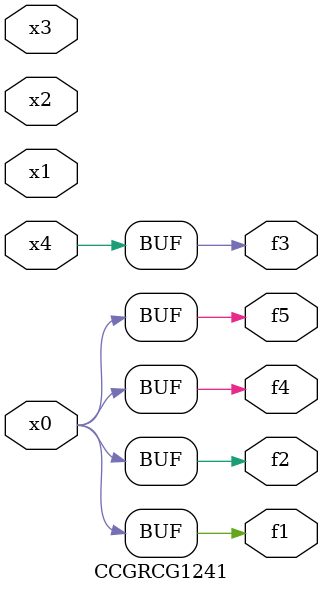
<source format=v>
module CCGRCG1241(
	input x0, x1, x2, x3, x4,
	output f1, f2, f3, f4, f5
);
	assign f1 = x0;
	assign f2 = x0;
	assign f3 = x4;
	assign f4 = x0;
	assign f5 = x0;
endmodule

</source>
